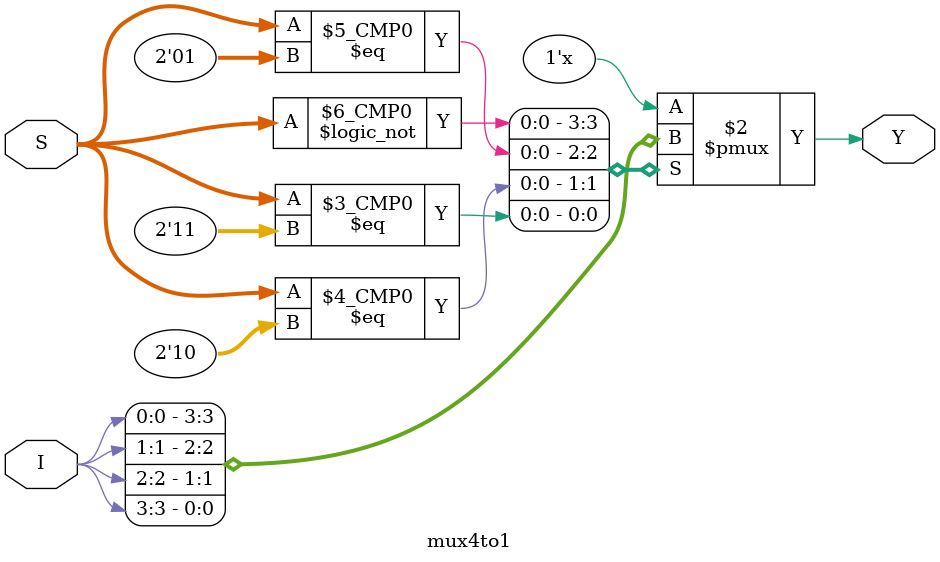
<source format=v>
module mux4to1 (
    input wire [3:0] I,
    input wire [1:0] S,
    output reg Y
);
    always @(*) begin
        case (S)
            2'b00: Y = I[0];
            2'b01: Y = I[1];
            2'b10: Y = I[2];
            2'b11: Y = I[3];
        endcase
    end
endmodule


</source>
